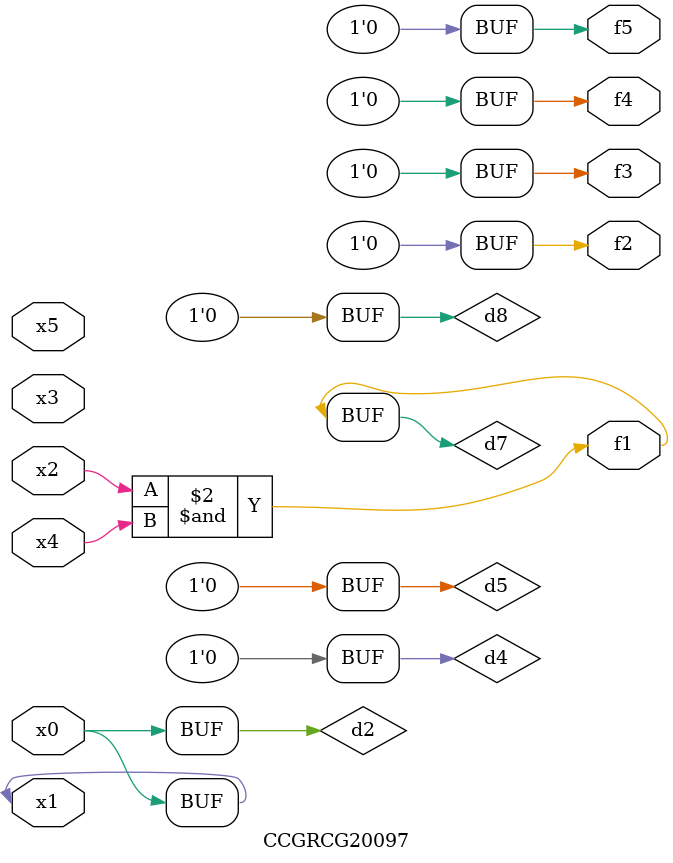
<source format=v>
module CCGRCG20097(
	input x0, x1, x2, x3, x4, x5,
	output f1, f2, f3, f4, f5
);

	wire d1, d2, d3, d4, d5, d6, d7, d8, d9;

	nand (d1, x1);
	buf (d2, x0, x1);
	nand (d3, x2, x4);
	and (d4, d1, d2);
	and (d5, d1, d2);
	nand (d6, d1, d3);
	not (d7, d3);
	xor (d8, d5);
	nor (d9, d5, d6);
	assign f1 = d7;
	assign f2 = d8;
	assign f3 = d8;
	assign f4 = d8;
	assign f5 = d8;
endmodule

</source>
